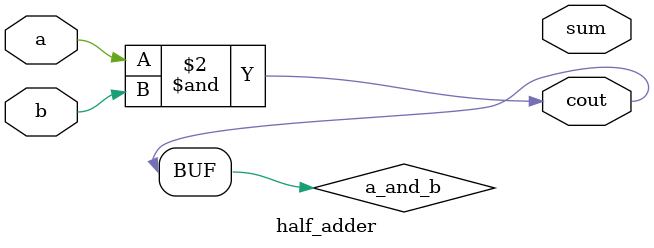
<source format=v>
module half_adder( 
input a, b,
output cout, sum );

wire a_xor_b;
wire a_and_b;

// The XOR gate is used to calculate the sum.
xor( a_xor_b, a, b);

// The AND gate is used to calculate the carry-out.
and( a_and_b, a, b);

// The OR gate is used to calculate the sum.
or( cout, a_and_b, a_and_b);

endmodule

</source>
